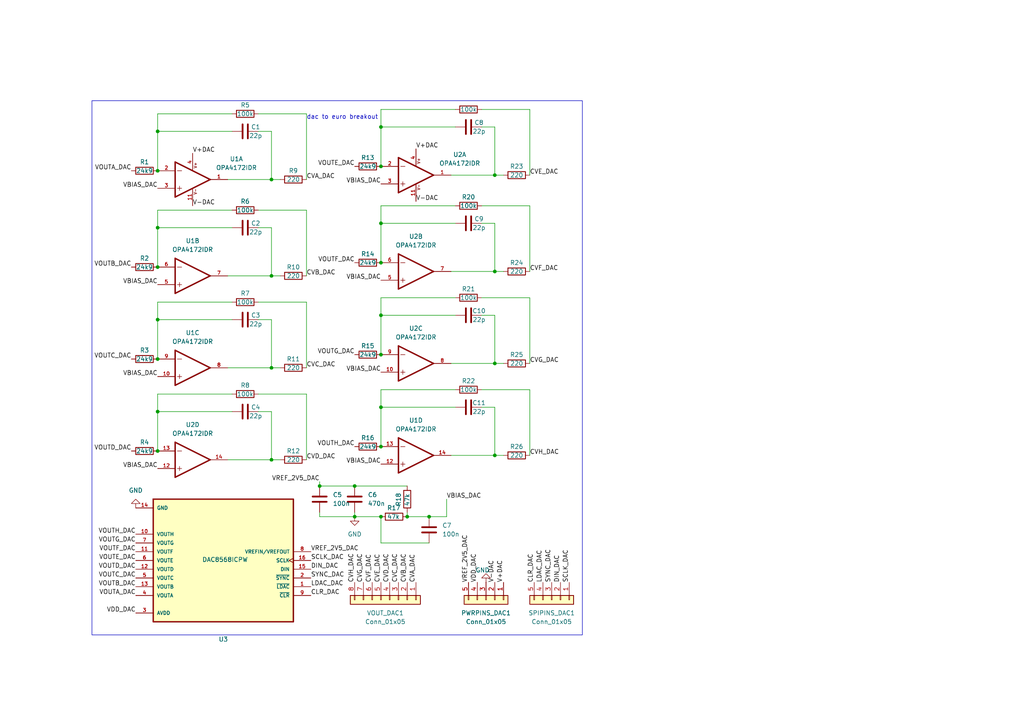
<source format=kicad_sch>
(kicad_sch (version 20231120) (generator "eeschema") (generator_version "8.0")
  (paper "A4")
  (lib_symbols
    (symbol "Connector_Generic:Conn_01x05" (pin_names (offset 1.016) hide)
      (property "Reference" "J" (at 0 7.62 0))
      (property "Value" "Conn_01x05" (at 0 -7.62 0))
      (symbol "Conn_01x05_1_1"
        (rectangle (start -1.27 -4.953) (end 0 -5.207) (stroke (width 0.1524)))
        (rectangle (start -1.27 -2.413) (end 0 -2.667) (stroke (width 0.1524)))
        (rectangle (start -1.27 0.127) (end 0 -0.127) (stroke (width 0.1524)))
        (rectangle (start -1.27 2.667) (end 0 2.413) (stroke (width 0.1524)))
        (rectangle (start -1.27 5.207) (end 0 4.953) (stroke (width 0.1524)))
        (rectangle (start -1.27 6.35) (end 1.27 -6.35) (stroke (width 0.254)) (fill (type background)))
        (pin passive line (at -5.08 5.08 0) (length 3.81) (name "Pin_1") (number "1"))
        (pin passive line (at -5.08 2.54 0) (length 3.81) (name "Pin_2") (number "2"))
        (pin passive line (at -5.08 0 0) (length 3.81) (name "Pin_3") (number "3"))
        (pin passive line (at -5.08 -2.54 0) (length 3.81) (name "Pin_4") (number "4"))
        (pin passive line (at -5.08 -5.08 0) (length 3.81) (name "Pin_5") (number "5"))
      )
    )
    (symbol "Connector_Generic:Conn_01x08" (pin_names (offset 1.016) hide)
      (property "Reference" "J" (at 0 10.16 0))
      (property "Value" "Conn_01x08" (at 0 -12.7 0))
      (symbol "Conn_01x08_1_1"
        (rectangle (start -1.27 -10.033) (end 0 -10.287) (stroke (width 0.1524)))
        (rectangle (start -1.27 -7.493) (end 0 -7.747) (stroke (width 0.1524)))
        (rectangle (start -1.27 -4.953) (end 0 -5.207) (stroke (width 0.1524)))
        (rectangle (start -1.27 -2.413) (end 0 -2.667) (stroke (width 0.1524)))
        (rectangle (start -1.27 0.127) (end 0 -0.127) (stroke (width 0.1524)))
        (rectangle (start -1.27 2.667) (end 0 2.413) (stroke (width 0.1524)))
        (rectangle (start -1.27 5.207) (end 0 4.953) (stroke (width 0.1524)))
        (rectangle (start -1.27 7.747) (end 0 7.493) (stroke (width 0.1524)))
        (rectangle (start -1.27 8.89) (end 1.27 -11.43) (stroke (width 0.254)) (fill (type background)))
        (pin passive line (at -5.08 7.62 0) (length 3.81) (name "Pin_1") (number "1"))
        (pin passive line (at -5.08 5.08 0) (length 3.81) (name "Pin_2") (number "2"))
        (pin passive line (at -5.08 2.54 0) (length 3.81) (name "Pin_3") (number "3"))
        (pin passive line (at -5.08 0 0) (length 3.81) (name "Pin_4") (number "4"))
        (pin passive line (at -5.08 -2.54 0) (length 3.81) (name "Pin_5") (number "5"))
        (pin passive line (at -5.08 -5.08 0) (length 3.81) (name "Pin_6") (number "6"))
        (pin passive line (at -5.08 -7.62 0) (length 3.81) (name "Pin_7") (number "7"))
        (pin passive line (at -5.08 -10.16 0) (length 3.81) (name "Pin_8") (number "8"))
      )
    )
    (symbol "DAC8568ICPW:DAC8568ICPW" (pin_names (offset 1.016))
      (property "Reference" "U" (at -20.32 18.78 0))
      (property "Value" "DAC8568ICPW" (at -20.32 -21.78 0))
      (symbol "DAC8568ICPW_0_0"
        (rectangle (start -20.32 -17.78) (end 20.32 17.78) (stroke (width 0.41)) (fill (type background)))
        (pin input line (at -25.4 7.62 0) (length 5.08) (name "~{LDAC}") (number "1"))
        (pin output line (at 25.4 -7.62 180) (length 5.08) (name "VOUTH") (number "10"))
        (pin output line (at 25.4 -2.54 180) (length 5.08) (name "VOUTF") (number "11"))
        (pin output line (at 25.4 2.54 180) (length 5.08) (name "VOUTD") (number "12"))
        (pin output line (at 25.4 7.62 180) (length 5.08) (name "VOUTB") (number "13"))
        (pin power_in line (at 25.4 -15.24 180) (length 5.08) (name "GND") (number "14"))
        (pin input line (at -25.4 2.54 0) (length 5.08) (name "DIN") (number "15"))
        (pin input clock (at -25.4 0 0) (length 5.08) (name "SCLK") (number "16"))
        (pin input line (at -25.4 5.08 0) (length 5.08) (name "~{SYNC}") (number "2"))
        (pin power_in line (at 25.4 15.24 180) (length 5.08) (name "AVDD") (number "3"))
        (pin output line (at 25.4 10.16 180) (length 5.08) (name "VOUTA") (number "4"))
        (pin output line (at 25.4 5.08 180) (length 5.08) (name "VOUTC") (number "5"))
        (pin output line (at 25.4 0 180) (length 5.08) (name "VOUTE") (number "6"))
        (pin output line (at 25.4 -5.08 180) (length 5.08) (name "VOUTG") (number "7"))
        (pin input line (at -25.4 -2.54 0) (length 5.08) (name "VREFIN/VREFOUT") (number "8"))
        (pin input line (at -25.4 10.16 0) (length 5.08) (name "~{CLR}") (number "9"))
      )
    )
    (symbol "Device:C" (pin_numbers hide) (pin_names (offset 0.254))
      (property "Reference" "C" (at 0.635 2.54 0))
      (property "Value" "C" (at 0.635 -2.54 0))
      (symbol "C_0_1"
        (polyline (pts (xy -2.032 -0.762) (xy 2.032 -0.762)) (stroke (width 0.508)))
        (polyline (pts (xy -2.032 0.762) (xy 2.032 0.762)) (stroke (width 0.508)))
      )
      (symbol "C_1_1"
        (pin passive line (at 0 3.81 270) (length 2.794) (name "~") (number "1"))
        (pin passive line (at 0 -3.81 90) (length 2.794) (name "~") (number "2"))
      )
    )
    (symbol "Device:R" (pin_numbers hide) (pin_names (offset 0))
      (property "Reference" "R" (at 2.032 0 90))
      (property "Value" "R" (at 0 0 90))
      (symbol "R_0_1"
        (rectangle (start -1.016 -2.54) (end 1.016 2.54) (stroke (width 0.254)))
      )
      (symbol "R_1_1"
        (pin passive line (at 0 3.81 270) (length 1.27) (name "~") (number "1"))
        (pin passive line (at 0 -3.81 90) (length 1.27) (name "~") (number "2"))
      )
    )
    (symbol "OPA4172IDR:OPA4172IDR" (pin_names (offset 1.016))
      (property "Reference" "U" (at 5.08 3.175 0))
      (property "Value" "OPA4172IDR" (at 5.08 -5.08 0))
      (symbol "OPA4172IDR_1_0"
        (polyline (pts (xy -2.54 -5.08) (xy 7.62 0)) (stroke (width 0.4064)))
        (polyline (pts (xy -2.54 5.08) (xy -2.54 -5.08)) (stroke (width 0.4064)))
        (polyline (pts (xy -1.905 -2.54) (xy -0.635 -2.54)) (stroke (width 0.1524)))
        (polyline (pts (xy -1.905 2.54) (xy -0.635 2.54)) (stroke (width 0.1524)))
        (polyline (pts (xy -1.27 -1.905) (xy -1.27 -3.175)) (stroke (width 0.1524)))
        (polyline (pts (xy 7.62 0) (xy -2.54 5.08)) (stroke (width 0.4064)))
        (text "V+" (at 3.81 3.175 900) (effects (font (size 0.8128 0.8128)) (justify left bottom)))
        (text "V-" (at 3.81 -4.445 900) (effects (font (size 0.8128 0.8128)) (justify left bottom)))
        (pin output line (at 12.7 0 180) (length 5.08) (name "~") (number "1"))
        (pin power_in line (at 2.54 -7.62 90) (length 5.08) (name "~") (number "11"))
        (pin input line (at -7.62 2.54 0) (length 5.08) (name "~") (number "2"))
        (pin input line (at -7.62 -2.54 0) (length 5.08) (name "~") (number "3"))
        (pin power_in line (at 2.54 7.62 270) (length 5.08) (name "~") (number "4"))
      )
      (symbol "OPA4172IDR_2_0"
        (polyline (pts (xy -2.54 -5.08) (xy 7.62 0)) (stroke (width 0.4064)))
        (polyline (pts (xy -2.54 5.08) (xy -2.54 -5.08)) (stroke (width 0.4064)))
        (polyline (pts (xy -1.905 -2.54) (xy -0.635 -2.54)) (stroke (width 0.1524)))
        (polyline (pts (xy -1.905 2.54) (xy -0.635 2.54)) (stroke (width 0.1524)))
        (polyline (pts (xy -1.27 -1.905) (xy -1.27 -3.175)) (stroke (width 0.1524)))
        (polyline (pts (xy 7.62 0) (xy -2.54 5.08)) (stroke (width 0.4064)))
        (pin input line (at -7.62 -2.54 0) (length 5.08) (name "~") (number "5"))
        (pin input line (at -7.62 2.54 0) (length 5.08) (name "~") (number "6"))
        (pin output line (at 12.7 0 180) (length 5.08) (name "~") (number "7"))
      )
      (symbol "OPA4172IDR_3_0"
        (polyline (pts (xy -2.54 -5.08) (xy 7.62 0)) (stroke (width 0.4064)))
        (polyline (pts (xy -2.54 5.08) (xy -2.54 -5.08)) (stroke (width 0.4064)))
        (polyline (pts (xy -1.905 -2.54) (xy -0.635 -2.54)) (stroke (width 0.1524)))
        (polyline (pts (xy -1.905 2.54) (xy -0.635 2.54)) (stroke (width 0.1524)))
        (polyline (pts (xy -1.27 -1.905) (xy -1.27 -3.175)) (stroke (width 0.1524)))
        (polyline (pts (xy 7.62 0) (xy -2.54 5.08)) (stroke (width 0.4064)))
        (pin input line (at -7.62 -2.54 0) (length 5.08) (name "~") (number "10"))
        (pin output line (at 12.7 0 180) (length 5.08) (name "~") (number "8"))
        (pin input line (at -7.62 2.54 0) (length 5.08) (name "~") (number "9"))
      )
      (symbol "OPA4172IDR_4_0"
        (polyline (pts (xy -2.54 -5.08) (xy 7.62 0)) (stroke (width 0.4064)))
        (polyline (pts (xy -2.54 5.08) (xy -2.54 -5.08)) (stroke (width 0.4064)))
        (polyline (pts (xy -1.905 -2.54) (xy -0.635 -2.54)) (stroke (width 0.1524)))
        (polyline (pts (xy -1.905 2.54) (xy -0.635 2.54)) (stroke (width 0.1524)))
        (polyline (pts (xy -1.27 -1.905) (xy -1.27 -3.175)) (stroke (width 0.1524)))
        (polyline (pts (xy 7.62 0) (xy -2.54 5.08)) (stroke (width 0.4064)))
        (pin input line (at -7.62 -2.54 0) (length 5.08) (name "~") (number "12"))
        (pin input line (at -7.62 2.54 0) (length 5.08) (name "~") (number "13"))
        (pin output line (at 12.7 0 180) (length 5.08) (name "~") (number "14"))
      )
    )
    (symbol "power:GND" (power) (pin_numbers hide) (pin_names (offset 0) hide)
      (property "Value" "GND" (at 0 -3.81 0))
      (symbol "GND_0_1"
        (polyline (pts (xy 0 0) (xy 0 -1.27) (xy 1.27 -1.27) (xy 0 -2.54) (xy -1.27 -1.27) (xy 0 -1.27)))
      )
      (symbol "GND_1_1"
        (pin power_in line (at 0 0 270) (length 0) (name "~") (number "1"))
      )
    )
  )
  (junction (at 110.49 91.44))
  (junction (at 78.74 133.35))
  (junction (at 110.49 48.26))
  (junction (at 45.72 38.1))
  (junction (at 110.49 102.87))
  (junction (at 78.74 106.68))
  (junction (at 143.51 105.41))
  (junction (at 78.74 80.01))
  (junction (at 45.72 77.47))
  (junction (at 110.49 149.86))
  (junction (at 102.87 140.97))
  (junction (at 45.72 119.38))
  (junction (at 143.51 132.08))
  (junction (at 92.71 140.97))
  (junction (at 124.46 149.86))
  (junction (at 78.74 52.07))
  (junction (at 118.11 149.86))
  (junction (at 143.51 50.8))
  (junction (at 110.49 129.54))
  (junction (at 143.51 78.74))
  (junction (at 45.72 92.71))
  (junction (at 110.49 36.83))
  (junction (at 45.72 104.14))
  (junction (at 45.72 66.04))
  (junction (at 110.49 64.77))
  (junction (at 45.72 130.81))
  (junction (at 110.49 76.2))
  (junction (at 102.87 149.86))
  (junction (at 110.49 118.11))
  (junction (at 45.72 49.53))
  (wire (pts (xy 153.67 86.36) (xy 153.67 105.41)))
  (wire (pts (xy 45.72 66.04) (xy 67.31 66.04)))
  (wire (pts (xy 118.11 148.59) (xy 118.11 149.86)))
  (wire (pts (xy 66.04 133.35) (xy 78.74 133.35)))
  (wire (pts (xy 139.7 64.77) (xy 143.51 64.77)))
  (wire (pts (xy 74.93 33.02) (xy 88.9 33.02)))
  (wire (pts (xy 45.72 38.1) (xy 67.31 38.1)))
  (wire (pts (xy 45.72 114.3) (xy 45.72 119.38)))
  (wire (pts (xy 45.72 119.38) (xy 45.72 130.81)))
  (wire (pts (xy 139.7 118.11) (xy 143.51 118.11)))
  (wire (pts (xy 74.93 114.3) (xy 88.9 114.3)))
  (wire (pts (xy 153.67 59.69) (xy 153.67 78.74)))
  (wire (pts (xy 78.74 38.1) (xy 78.74 52.07)))
  (wire (pts (xy 129.54 144.78) (xy 129.54 149.86)))
  (wire (pts (xy 67.31 114.3) (xy 45.72 114.3)))
  (wire (pts (xy 45.72 38.1) (xy 45.72 49.53)))
  (wire (pts (xy 110.49 113.03) (xy 110.49 118.11)))
  (wire (pts (xy 74.93 87.63) (xy 88.9 87.63)))
  (wire (pts (xy 130.81 50.8) (xy 143.51 50.8)))
  (wire (pts (xy 143.51 105.41) (xy 146.05 105.41)))
  (wire (pts (xy 130.81 132.08) (xy 143.51 132.08)))
  (wire (pts (xy 143.51 50.8) (xy 146.05 50.8)))
  (wire (pts (xy 143.51 36.83) (xy 143.51 50.8)))
  (wire (pts (xy 74.93 38.1) (xy 78.74 38.1)))
  (wire (pts (xy 67.31 60.96) (xy 45.72 60.96)))
  (wire (pts (xy 102.87 148.59) (xy 102.87 149.86)))
  (wire (pts (xy 110.49 59.69) (xy 110.49 64.77)))
  (wire (pts (xy 88.9 60.96) (xy 88.9 80.01)))
  (wire (pts (xy 88.9 87.63) (xy 88.9 106.68)))
  (wire (pts (xy 132.08 113.03) (xy 110.49 113.03)))
  (wire (pts (xy 78.74 92.71) (xy 78.74 106.68)))
  (wire (pts (xy 110.49 91.44) (xy 132.08 91.44)))
  (wire (pts (xy 88.9 114.3) (xy 88.9 133.35)))
  (wire (pts (xy 78.74 119.38) (xy 78.74 133.35)))
  (wire (pts (xy 102.87 149.86) (xy 110.49 149.86)))
  (wire (pts (xy 45.72 92.71) (xy 45.72 104.14)))
  (wire (pts (xy 132.08 59.69) (xy 110.49 59.69)))
  (wire (pts (xy 45.72 66.04) (xy 45.72 77.47)))
  (wire (pts (xy 143.51 64.77) (xy 143.51 78.74)))
  (wire (pts (xy 139.7 86.36) (xy 153.67 86.36)))
  (wire (pts (xy 143.51 118.11) (xy 143.51 132.08)))
  (wire (pts (xy 124.46 157.48) (xy 110.49 157.48)))
  (wire (pts (xy 45.72 60.96) (xy 45.72 66.04)))
  (wire (pts (xy 139.7 91.44) (xy 143.51 91.44)))
  (wire (pts (xy 66.04 106.68) (xy 78.74 106.68)))
  (wire (pts (xy 45.72 33.02) (xy 45.72 38.1)))
  (wire (pts (xy 92.71 139.7) (xy 92.71 140.97)))
  (wire (pts (xy 110.49 86.36) (xy 110.49 91.44)))
  (wire (pts (xy 92.71 140.97) (xy 102.87 140.97)))
  (wire (pts (xy 74.93 119.38) (xy 78.74 119.38)))
  (wire (pts (xy 45.72 92.71) (xy 67.31 92.71)))
  (wire (pts (xy 110.49 118.11) (xy 110.49 129.54)))
  (wire (pts (xy 143.51 91.44) (xy 143.51 105.41)))
  (wire (pts (xy 130.81 78.74) (xy 143.51 78.74)))
  (wire (pts (xy 110.49 64.77) (xy 132.08 64.77)))
  (wire (pts (xy 78.74 80.01) (xy 81.28 80.01)))
  (wire (pts (xy 132.08 31.75) (xy 110.49 31.75)))
  (wire (pts (xy 110.49 31.75) (xy 110.49 36.83)))
  (wire (pts (xy 110.49 91.44) (xy 110.49 102.87)))
  (wire (pts (xy 45.72 87.63) (xy 45.72 92.71)))
  (wire (pts (xy 153.67 113.03) (xy 153.67 132.08)))
  (wire (pts (xy 132.08 86.36) (xy 110.49 86.36)))
  (wire (pts (xy 78.74 106.68) (xy 81.28 106.68)))
  (wire (pts (xy 92.71 148.59) (xy 92.71 149.86)))
  (wire (pts (xy 139.7 59.69) (xy 153.67 59.69)))
  (wire (pts (xy 74.93 92.71) (xy 78.74 92.71)))
  (wire (pts (xy 139.7 113.03) (xy 153.67 113.03)))
  (wire (pts (xy 67.31 87.63) (xy 45.72 87.63)))
  (wire (pts (xy 129.54 149.86) (xy 124.46 149.86)))
  (wire (pts (xy 124.46 149.86) (xy 118.11 149.86)))
  (wire (pts (xy 102.87 140.97) (xy 118.11 140.97)))
  (wire (pts (xy 110.49 149.86) (xy 110.49 157.48)))
  (wire (pts (xy 110.49 64.77) (xy 110.49 76.2)))
  (wire (pts (xy 67.31 33.02) (xy 45.72 33.02)))
  (wire (pts (xy 92.71 149.86) (xy 102.87 149.86)))
  (wire (pts (xy 78.74 133.35) (xy 81.28 133.35)))
  (wire (pts (xy 66.04 80.01) (xy 78.74 80.01)))
  (wire (pts (xy 110.49 36.83) (xy 132.08 36.83)))
  (wire (pts (xy 143.51 78.74) (xy 146.05 78.74)))
  (wire (pts (xy 143.51 132.08) (xy 146.05 132.08)))
  (wire (pts (xy 139.7 31.75) (xy 153.67 31.75)))
  (wire (pts (xy 153.67 31.75) (xy 153.67 50.8)))
  (wire (pts (xy 110.49 118.11) (xy 132.08 118.11)))
  (wire (pts (xy 74.93 60.96) (xy 88.9 60.96)))
  (wire (pts (xy 78.74 52.07) (xy 81.28 52.07)))
  (wire (pts (xy 88.9 33.02) (xy 88.9 52.07)))
  (wire (pts (xy 110.49 36.83) (xy 110.49 48.26)))
  (wire (pts (xy 74.93 66.04) (xy 78.74 66.04)))
  (wire (pts (xy 66.04 52.07) (xy 78.74 52.07)))
  (wire (pts (xy 45.72 119.38) (xy 67.31 119.38)))
  (wire (pts (xy 139.7 36.83) (xy 143.51 36.83)))
  (wire (pts (xy 130.81 105.41) (xy 143.51 105.41)))
  (wire (pts (xy 78.74 66.04) (xy 78.74 80.01)))
  (rectangle (start 26.67 29.21) (end 168.91 184.15))
  (text "dac to euro breakout\n" (at 99.314 34.036 0) (effects (font (size 1.27 1.27))))
  (label "SYNC_DAC" (at 90.17 167.64 0))
  (label "CVB_DAC" (at 88.9 80.01 0))
  (label "VDD_DAC" (at 39.37 177.8 180))
  (label "SCLK_DAC" (at 90.17 162.56 0))
  (label "V+DAC" (at 55.88 44.45 0))
  (label "VREF_2V5_DAC" (at 92.71 139.7 180))
  (label "SYNC_DAC" (at 160.02 168.91 90))
  (label "VREF_2V5_DAC" (at 135.89 168.91 90))
  (label "VBIAS_DAC" (at 45.72 82.55 180))
  (label "CVE_DAC" (at 110.49 168.91 90))
  (label "CVH_DAC" (at 102.87 168.91 90))
  (label "CVD_DAC" (at 88.9 133.35 0))
  (label "CVG_DAC" (at 105.41 168.91 90))
  (label "VBIAS_DAC" (at 110.49 134.62 180))
  (label "VOUTA_DAC" (at 38.1 49.53 180))
  (label "VOUTD_DAC" (at 38.1 130.81 180))
  (label "VOUTA_DAC" (at 39.37 172.72 180))
  (label "CVA_DAC" (at 120.65 168.91 90))
  (label "CVD_DAC" (at 113.03 168.91 90))
  (label "VOUTB_DAC" (at 39.37 170.18 180))
  (label "VOUTE_DAC" (at 39.37 162.56 180))
  (label "VBIAS_DAC" (at 110.49 53.34 180))
  (label "CVE_DAC" (at 153.67 50.8 0))
  (label "CVC_DAC" (at 88.9 106.68 0))
  (label "VOUTG_DAC" (at 39.37 157.48 180))
  (label "VOUTC_DAC" (at 38.1 104.14 180))
  (label "VOUTH_DAC" (at 102.87 129.54 180))
  (label "VBIAS_DAC" (at 45.72 54.61 180))
  (label "VOUTH_DAC" (at 39.37 154.94 180))
  (label "CVB_DAC" (at 118.11 168.91 90))
  (label "V-DAC" (at 120.65 58.42 0))
  (label "CVC_DAC" (at 115.57 168.91 90))
  (label "VBIAS_DAC" (at 129.54 144.78 0))
  (label "VBIAS_DAC" (at 45.72 109.22 180))
  (label "V+DAC" (at 146.05 168.91 90))
  (label "CLR_DAC" (at 90.17 172.72 0))
  (label "VOUTE_DAC" (at 102.87 48.26 180))
  (label "CLR_DAC" (at 154.94 168.91 90))
  (label "VBIAS_DAC" (at 45.72 135.89 180))
  (label "DIN_DAC" (at 162.56 168.91 90))
  (label "CVF_DAC" (at 153.67 78.74 0))
  (label "VBIAS_DAC" (at 110.49 81.28 180))
  (label "VDD_DAC" (at 138.43 168.91 90))
  (label "VOUTF_DAC" (at 39.37 160.02 180))
  (label "VOUTG_DAC" (at 102.87 102.87 180))
  (label "V-DAC" (at 55.88 59.69 0))
  (label "VBIAS_DAC" (at 110.49 107.95 180))
  (label "V-DAC" (at 143.51 168.91 90))
  (label "DIN_DAC" (at 90.17 165.1 0))
  (label "SCLK_DAC" (at 165.1 168.91 90))
  (label "VOUTD_DAC" (at 39.37 165.1 180))
  (label "CVH_DAC" (at 153.67 132.08 0))
  (label "VREF_2V5_DAC" (at 90.17 160.02 0))
  (label "LDAC_DAC" (at 157.48 168.91 90))
  (label "CVF_DAC" (at 107.95 168.91 90))
  (label "CVG_DAC" (at 153.67 105.41 0))
  (label "V+DAC" (at 120.65 43.18 0))
  (label "VOUTB_DAC" (at 38.1 77.47 180))
  (label "LDAC_DAC" (at 90.17 170.18 0))
  (label "VOUTC_DAC" (at 39.37 167.64 180))
  (label "CVA_DAC" (at 88.9 52.07 0))
  (label "VOUTF_DAC" (at 102.87 76.2 180))
  (symbol (lib_id "Device:R") (at 85.09 133.35 90) (unit 1)
    (property "Reference" "R12" (at 85.09 130.81 90))
    (property "Value" "220" (at 85.09 133.35 90))
    (property "Footprint" "Resistor_SMD:R_0805_2012Metric_Pad1.20x1.40mm_HandSolder" (effects (hide yes)))
    (property "Description" "Resistor" (effects (hide yes)))
  )
  (symbol (lib_id "Device:R") (at 106.68 129.54 90) (unit 1)
    (property "Reference" "R16" (at 106.68 127 90))
    (property "Value" "24k9" (at 106.68 129.54 90))
    (property "Footprint" "Resistor_SMD:R_0805_2012Metric_Pad1.20x1.40mm_HandSolder" (effects (hide yes)))
    (property "Description" "Resistor" (effects (hide yes)))
  )
  (symbol (lib_id "Device:R") (at 106.68 48.26 90) (unit 1)
    (property "Reference" "R13" (at 106.68 45.72 90))
    (property "Value" "24k9" (at 106.68 48.26 90))
    (property "Footprint" "Resistor_SMD:R_0805_2012Metric_Pad1.20x1.40mm_HandSolder" (effects (hide yes)))
    (property "Description" "Resistor" (effects (hide yes)))
  )
  (symbol (lib_id "Device:R") (at 135.89 113.03 90) (unit 1)
    (property "Reference" "R22" (at 135.89 110.49 90))
    (property "Value" "100k" (at 135.89 113.03 90))
    (property "Footprint" "Resistor_SMD:R_0805_2012Metric_Pad1.20x1.40mm_HandSolder" (effects (hide yes)))
    (property "Description" "Resistor" (effects (hide yes)))
  )
  (symbol (lib_id "Device:R") (at 106.68 102.87 90) (unit 1)
    (property "Reference" "R15" (at 106.68 100.33 90))
    (property "Value" "24k9" (at 106.68 102.87 90))
    (property "Footprint" "Resistor_SMD:R_0805_2012Metric_Pad1.20x1.40mm_HandSolder" (effects (hide yes)))
    (property "Description" "Resistor" (effects (hide yes)))
  )
  (symbol (lib_id "power:GND") (at 102.87 149.86 0) (unit 1)
    (property "Reference" "#PWR02" (effects (hide yes)))
    (property "Value" "GND" (at 102.87 154.94 0))
    (property "Description" "Power symbol creates a global label with name \"GND\" , ground" (effects (hide yes)))
  )
  (symbol (lib_id "Device:R") (at 71.12 33.02 90) (unit 1)
    (property "Reference" "R5" (at 71.12 30.48 90))
    (property "Value" "100k" (at 71.12 33.02 90))
    (property "Footprint" "Resistor_SMD:R_0805_2012Metric_Pad1.20x1.40mm_HandSolder" (effects (hide yes)))
    (property "Description" "Resistor" (effects (hide yes)))
  )
  (symbol (lib_id "Device:R") (at 118.11 144.78 0) (unit 1)
    (property "Reference" "R18" (at 115.57 146.812 90) (effects (justify left)))
    (property "Value" "47k" (at 118.11 146.812 90) (effects (justify left)))
    (property "Footprint" "Resistor_SMD:R_0805_2012Metric_Pad1.20x1.40mm_HandSolder" (effects (hide yes)))
    (property "Description" "Resistor" (effects (hide yes)))
  )
  (symbol (lib_id "Device:R") (at 149.86 50.8 90) (unit 1)
    (property "Reference" "R23" (at 149.86 48.26 90))
    (property "Value" "220" (at 149.86 50.8 90))
    (property "Footprint" "Resistor_SMD:R_0805_2012Metric_Pad1.20x1.40mm_HandSolder" (effects (hide yes)))
    (property "Description" "Resistor" (effects (hide yes)))
  )
  (symbol (lib_id "Connector_Generic:Conn_01x05") (at 160.02 173.99 270) (unit 1)
    (property "Reference" "SPIPINS_DAC1" (at 160.02 177.8 90))
    (property "Value" "Conn_01x05" (at 160.02 180.34 90))
    (property "Footprint" "Connector_PinHeader_2.54mm:PinHeader_1x05_P2.54mm_Vertical" (effects (hide yes)))
    (property "Description" "Generic connector, single row, 01x05, script generated (kicad-library-utils/schlib/autogen/connector/)" (effects (hide yes)))
  )
  (symbol (lib_id "Device:R") (at 71.12 60.96 90) (unit 1)
    (property "Reference" "R6" (at 71.12 58.42 90))
    (property "Value" "100k" (at 71.12 60.96 90))
    (property "Footprint" "Resistor_SMD:R_0805_2012Metric_Pad1.20x1.40mm_HandSolder" (effects (hide yes)))
    (property "Description" "Resistor" (effects (hide yes)))
  )
  (symbol (lib_id "DAC8568ICPW:DAC8568ICPW") (at 64.77 162.56 180) (unit 1)
    (property "Reference" "U3" (at 64.77 185.42 0))
    (property "Value" "DAC8568ICPW" (at 65.278 162.306 0))
    (property "Footprint" "DAC8568ICPW:SOP65P640X120-16N" (effects (hide yes)))
    (property "MF" "Texas Instruments" (effects (hide yes)))
    (property "Description_1" "\n16-bit, octal-channel, ultra-low glitch, voltage output DAC with 2.5V, 2ppm/°C internal reference\n" (effects (hide yes)))
    (property "Package" "TSSOP-16 Texas Instruments" (effects (hide yes)))
    (property "Price" "None" (effects (hide yes)))
    (property "SnapEDA_Link" "https://www.snapeda.com/parts/DAC8568ICPW/Texas+Instruments/view-part/?ref=snap" (effects (hide yes)))
    (property "MP" "DAC8568ICPW" (effects (hide yes)))
    (property "Availability" "In Stock" (effects (hide yes)))
    (property "Check_prices" "https://www.snapeda.com/parts/DAC8568ICPW/Texas+Instruments/view-part/?ref=eda" (effects (hide yes)))
  )
  (symbol (lib_id "OPA4172IDR:OPA4172IDR") (at 53.34 80.01 0) (unit 2)
    (property "Reference" "U1" (at 55.88 69.85 0))
    (property "Value" "OPA4172IDR" (at 55.88 72.39 0))
    (property "Footprint" "OPA4172IDR:SOIC127P600X175-14N" (effects (hide yes)))
    (property "MF" "Texas Instruments" (effects (hide yes)))
    (property "MAXIMUM_PACKAGE_HEIGHT" "1.75 mm" (effects (hide yes)))
    (property "Package" "SOIC-14 Texas Instruments" (effects (hide yes)))
    (property "Price" "None" (effects (hide yes)))
    (property "Check_prices" "https://www.snapeda.com/parts/OPA4172IDR/Texas+Instruments/view-part/?ref=eda" (effects (hide yes)))
    (property "STANDARD" "IPC 7351B" (effects (hide yes)))
    (property "PARTREV" "I" (effects (hide yes)))
    (property "SnapEDA_Link" "https://www.snapeda.com/parts/OPA4172IDR/Texas+Instruments/view-part/?ref=snap" (effects (hide yes)))
    (property "MP" "OPA4172IDR" (effects (hide yes)))
    (property "Purchase-URL" "https://www.snapeda.com/api/url_track_click_mouser/?unipart_id=1159938&manufacturer=Texas Instruments&part_name=OPA4172IDR&search_term=None" (effects (hide yes)))
    (property "Description_1" "\nQuad, 36-V, 10-MHz, low-power operational amplifier\n" (effects (hide yes)))
    (property "Availability" "In Stock" (effects (hide yes)))
    (property "MANUFACTURER" "Texas Instruments" (effects (hide yes)))
  )
  (symbol (lib_id "Connector_Generic:Conn_01x05") (at 140.97 173.99 270) (unit 1)
    (property "Reference" "PWRPINS_DAC1" (at 140.97 177.8 90))
    (property "Value" "Conn_01x05" (at 140.97 180.34 90))
    (property "Footprint" "Connector_PinHeader_2.54mm:PinHeader_1x05_P2.54mm_Vertical" (effects (hide yes)))
    (property "Description" "Generic connector, single row, 01x05, script generated (kicad-library-utils/schlib/autogen/connector/)" (effects (hide yes)))
  )
  (symbol (lib_id "Device:C") (at 102.87 144.78 0) (unit 1)
    (property "Reference" "C6" (at 106.68 143.5099 0) (effects (justify left)))
    (property "Value" "470n" (at 106.68 146.0499 0) (effects (justify left)))
    (property "Footprint" "Capacitor_SMD:C_0805_2012Metric_Pad1.18x1.45mm_HandSolder" (effects (hide yes)))
    (property "Description" "Unpolarized capacitor" (effects (hide yes)))
  )
  (symbol (lib_id "Device:C") (at 71.12 92.71 90) (unit 1)
    (property "Reference" "C3" (at 74.168 91.44 90))
    (property "Value" "22p" (at 74.168 93.98 90))
    (property "Footprint" "Capacitor_SMD:C_0805_2012Metric_Pad1.18x1.45mm_HandSolder" (effects (hide yes)))
    (property "Description" "Unpolarized capacitor" (effects (hide yes)))
  )
  (symbol (lib_id "Device:R") (at 149.86 78.74 90) (unit 1)
    (property "Reference" "R24" (at 149.86 76.2 90))
    (property "Value" "220" (at 149.86 78.74 90))
    (property "Footprint" "Resistor_SMD:R_0805_2012Metric_Pad1.20x1.40mm_HandSolder" (effects (hide yes)))
    (property "Description" "Resistor" (effects (hide yes)))
  )
  (symbol (lib_id "OPA4172IDR:OPA4172IDR") (at 53.34 52.07 0) (unit 1)
    (property "Reference" "U1" (at 68.58 46.1008 0))
    (property "Value" "OPA4172IDR" (at 68.58 48.6408 0))
    (property "Footprint" "OPA4172IDR:SOIC127P600X175-14N" (effects (hide yes)))
    (property "MF" "Texas Instruments" (effects (hide yes)))
    (property "MAXIMUM_PACKAGE_HEIGHT" "1.75 mm" (effects (hide yes)))
    (property "Package" "SOIC-14 Texas Instruments" (effects (hide yes)))
    (property "Price" "None" (effects (hide yes)))
    (property "Check_prices" "https://www.snapeda.com/parts/OPA4172IDR/Texas+Instruments/view-part/?ref=eda" (effects (hide yes)))
    (property "STANDARD" "IPC 7351B" (effects (hide yes)))
    (property "PARTREV" "I" (effects (hide yes)))
    (property "SnapEDA_Link" "https://www.snapeda.com/parts/OPA4172IDR/Texas+Instruments/view-part/?ref=snap" (effects (hide yes)))
    (property "MP" "OPA4172IDR" (effects (hide yes)))
    (property "Purchase-URL" "https://www.snapeda.com/api/url_track_click_mouser/?unipart_id=1159938&manufacturer=Texas Instruments&part_name=OPA4172IDR&search_term=None" (effects (hide yes)))
    (property "Description_1" "\nQuad, 36-V, 10-MHz, low-power operational amplifier\n" (effects (hide yes)))
    (property "Availability" "In Stock" (effects (hide yes)))
    (property "MANUFACTURER" "Texas Instruments" (effects (hide yes)))
  )
  (symbol (lib_id "OPA4172IDR:OPA4172IDR") (at 118.11 105.41 0) (unit 3)
    (property "Reference" "U2" (at 120.65 95.25 0))
    (property "Value" "OPA4172IDR" (at 120.65 97.79 0))
    (property "Footprint" "OPA4172IDR:SOIC127P600X175-14N" (effects (hide yes)))
    (property "MF" "Texas Instruments" (effects (hide yes)))
    (property "MAXIMUM_PACKAGE_HEIGHT" "1.75 mm" (effects (hide yes)))
    (property "Package" "SOIC-14 Texas Instruments" (effects (hide yes)))
    (property "Price" "None" (effects (hide yes)))
    (property "Check_prices" "https://www.snapeda.com/parts/OPA4172IDR/Texas+Instruments/view-part/?ref=eda" (effects (hide yes)))
    (property "STANDARD" "IPC 7351B" (effects (hide yes)))
    (property "PARTREV" "I" (effects (hide yes)))
    (property "SnapEDA_Link" "https://www.snapeda.com/parts/OPA4172IDR/Texas+Instruments/view-part/?ref=snap" (effects (hide yes)))
    (property "MP" "OPA4172IDR" (effects (hide yes)))
    (property "Purchase-URL" "https://www.snapeda.com/api/url_track_click_mouser/?unipart_id=1159938&manufacturer=Texas Instruments&part_name=OPA4172IDR&search_term=None" (effects (hide yes)))
    (property "Description_1" "\nQuad, 36-V, 10-MHz, low-power operational amplifier\n" (effects (hide yes)))
    (property "Availability" "In Stock" (effects (hide yes)))
    (property "MANUFACTURER" "Texas Instruments" (effects (hide yes)))
  )
  (symbol (lib_id "Device:C") (at 92.71 144.78 0) (unit 1)
    (property "Reference" "C5" (at 96.52 143.5099 0) (effects (justify left)))
    (property "Value" "100n" (at 96.52 146.0499 0) (effects (justify left)))
    (property "Footprint" "Capacitor_SMD:C_0805_2012Metric_Pad1.18x1.45mm_HandSolder" (effects (hide yes)))
    (property "Description" "Unpolarized capacitor" (effects (hide yes)))
  )
  (symbol (lib_id "Device:R") (at 71.12 87.63 90) (unit 1)
    (property "Reference" "R7" (at 71.12 85.09 90))
    (property "Value" "100k" (at 71.12 87.63 90))
    (property "Footprint" "Resistor_SMD:R_0805_2012Metric_Pad1.20x1.40mm_HandSolder" (effects (hide yes)))
    (property "Description" "Resistor" (effects (hide yes)))
  )
  (symbol (lib_id "Device:C") (at 135.89 36.83 90) (unit 1)
    (property "Reference" "C8" (at 138.938 35.56 90))
    (property "Value" "22p" (at 138.938 38.1 90))
    (property "Footprint" "Capacitor_SMD:C_0805_2012Metric_Pad1.18x1.45mm_HandSolder" (effects (hide yes)))
    (property "Description" "Unpolarized capacitor" (effects (hide yes)))
  )
  (symbol (lib_id "Device:C") (at 124.46 153.67 0) (unit 1)
    (property "Reference" "C7" (at 128.27 152.3999 0) (effects (justify left)))
    (property "Value" "100n" (at 128.27 154.9399 0) (effects (justify left)))
    (property "Footprint" "Capacitor_SMD:C_0805_2012Metric_Pad1.18x1.45mm_HandSolder" (effects (hide yes)))
    (property "Description" "Unpolarized capacitor" (effects (hide yes)))
  )
  (symbol (lib_id "OPA4172IDR:OPA4172IDR") (at 118.11 50.8 0) (unit 1)
    (property "Reference" "U2" (at 133.35 44.8308 0))
    (property "Value" "OPA4172IDR" (at 133.35 47.3708 0))
    (property "Footprint" "OPA4172IDR:SOIC127P600X175-14N" (effects (hide yes)))
    (property "MF" "Texas Instruments" (effects (hide yes)))
    (property "MAXIMUM_PACKAGE_HEIGHT" "1.75 mm" (effects (hide yes)))
    (property "Package" "SOIC-14 Texas Instruments" (effects (hide yes)))
    (property "Price" "None" (effects (hide yes)))
    (property "Check_prices" "https://www.snapeda.com/parts/OPA4172IDR/Texas+Instruments/view-part/?ref=eda" (effects (hide yes)))
    (property "STANDARD" "IPC 7351B" (effects (hide yes)))
    (property "PARTREV" "I" (effects (hide yes)))
    (property "SnapEDA_Link" "https://www.snapeda.com/parts/OPA4172IDR/Texas+Instruments/view-part/?ref=snap" (effects (hide yes)))
    (property "MP" "OPA4172IDR" (effects (hide yes)))
    (property "Purchase-URL" "https://www.snapeda.com/api/url_track_click_mouser/?unipart_id=1159938&manufacturer=Texas Instruments&part_name=OPA4172IDR&search_term=None" (effects (hide yes)))
    (property "Description_1" "\nQuad, 36-V, 10-MHz, low-power operational amplifier\n" (effects (hide yes)))
    (property "Availability" "In Stock" (effects (hide yes)))
    (property "MANUFACTURER" "Texas Instruments" (effects (hide yes)))
  )
  (symbol (lib_id "OPA4172IDR:OPA4172IDR") (at 118.11 132.08 0) (unit 4)
    (property "Reference" "U1" (at 120.65 121.92 0))
    (property "Value" "OPA4172IDR" (at 120.65 124.46 0))
    (property "Footprint" "OPA4172IDR:SOIC127P600X175-14N" (effects (hide yes)))
    (property "MF" "Texas Instruments" (effects (hide yes)))
    (property "MAXIMUM_PACKAGE_HEIGHT" "1.75 mm" (effects (hide yes)))
    (property "Package" "SOIC-14 Texas Instruments" (effects (hide yes)))
    (property "Price" "None" (effects (hide yes)))
    (property "Check_prices" "https://www.snapeda.com/parts/OPA4172IDR/Texas+Instruments/view-part/?ref=eda" (effects (hide yes)))
    (property "STANDARD" "IPC 7351B" (effects (hide yes)))
    (property "PARTREV" "I" (effects (hide yes)))
    (property "SnapEDA_Link" "https://www.snapeda.com/parts/OPA4172IDR/Texas+Instruments/view-part/?ref=snap" (effects (hide yes)))
    (property "MP" "OPA4172IDR" (effects (hide yes)))
    (property "Purchase-URL" "https://www.snapeda.com/api/url_track_click_mouser/?unipart_id=1159938&manufacturer=Texas Instruments&part_name=OPA4172IDR&search_term=None" (effects (hide yes)))
    (property "Description_1" "\nQuad, 36-V, 10-MHz, low-power operational amplifier\n" (effects (hide yes)))
    (property "Availability" "In Stock" (effects (hide yes)))
    (property "MANUFACTURER" "Texas Instruments" (effects (hide yes)))
  )
  (symbol (lib_id "Device:R") (at 149.86 132.08 90) (unit 1)
    (property "Reference" "R26" (at 149.86 129.54 90))
    (property "Value" "220" (at 149.86 132.08 90))
    (property "Footprint" "Resistor_SMD:R_0805_2012Metric_Pad1.20x1.40mm_HandSolder" (effects (hide yes)))
    (property "Description" "Resistor" (effects (hide yes)))
  )
  (symbol (lib_id "Device:C") (at 135.89 91.44 90) (unit 1)
    (property "Reference" "C10" (at 138.938 90.17 90))
    (property "Value" "22p" (at 138.938 92.71 90))
    (property "Footprint" "Capacitor_SMD:C_0805_2012Metric_Pad1.18x1.45mm_HandSolder" (effects (hide yes)))
    (property "Description" "Unpolarized capacitor" (effects (hide yes)))
  )
  (symbol (lib_id "Device:R") (at 135.89 31.75 90) (unit 1)
    (property "Reference" "R19" (effects (hide yes)))
    (property "Value" "100k" (at 135.89 31.75 90))
    (property "Footprint" "Resistor_SMD:R_0805_2012Metric_Pad1.20x1.40mm_HandSolder" (effects (hide yes)))
    (property "Description" "Resistor" (effects (hide yes)))
  )
  (symbol (lib_id "OPA4172IDR:OPA4172IDR") (at 53.34 106.68 0) (unit 3)
    (property "Reference" "U1" (at 55.88 96.52 0))
    (property "Value" "OPA4172IDR" (at 55.88 99.06 0))
    (property "Footprint" "OPA4172IDR:SOIC127P600X175-14N" (effects (hide yes)))
    (property "MF" "Texas Instruments" (effects (hide yes)))
    (property "MAXIMUM_PACKAGE_HEIGHT" "1.75 mm" (effects (hide yes)))
    (property "Package" "SOIC-14 Texas Instruments" (effects (hide yes)))
    (property "Price" "None" (effects (hide yes)))
    (property "Check_prices" "https://www.snapeda.com/parts/OPA4172IDR/Texas+Instruments/view-part/?ref=eda" (effects (hide yes)))
    (property "STANDARD" "IPC 7351B" (effects (hide yes)))
    (property "PARTREV" "I" (effects (hide yes)))
    (property "SnapEDA_Link" "https://www.snapeda.com/parts/OPA4172IDR/Texas+Instruments/view-part/?ref=snap" (effects (hide yes)))
    (property "MP" "OPA4172IDR" (effects (hide yes)))
    (property "Purchase-URL" "https://www.snapeda.com/api/url_track_click_mouser/?unipart_id=1159938&manufacturer=Texas Instruments&part_name=OPA4172IDR&search_term=None" (effects (hide yes)))
    (property "Description_1" "\nQuad, 36-V, 10-MHz, low-power operational amplifier\n" (effects (hide yes)))
    (property "Availability" "In Stock" (effects (hide yes)))
    (property "MANUFACTURER" "Texas Instruments" (effects (hide yes)))
  )
  (symbol (lib_id "Device:C") (at 71.12 66.04 90) (unit 1)
    (property "Reference" "C2" (at 74.168 64.77 90))
    (property "Value" "22p" (at 74.168 67.31 90))
    (property "Footprint" "Capacitor_SMD:C_0805_2012Metric_Pad1.18x1.45mm_HandSolder" (effects (hide yes)))
    (property "Description" "Unpolarized capacitor" (effects (hide yes)))
  )
  (symbol (lib_id "Device:R") (at 85.09 106.68 90) (unit 1)
    (property "Reference" "R11" (at 85.09 104.14 90))
    (property "Value" "220" (at 85.09 106.68 90))
    (property "Footprint" "Resistor_SMD:R_0805_2012Metric_Pad1.20x1.40mm_HandSolder" (effects (hide yes)))
    (property "Description" "Resistor" (effects (hide yes)))
  )
  (symbol (lib_id "Device:C") (at 71.12 119.38 90) (unit 1)
    (property "Reference" "C4" (at 74.168 118.11 90))
    (property "Value" "22p" (at 74.168 120.65 90))
    (property "Footprint" "Capacitor_SMD:C_0805_2012Metric_Pad1.18x1.45mm_HandSolder" (effects (hide yes)))
    (property "Description" "Unpolarized capacitor" (effects (hide yes)))
  )
  (symbol (lib_id "power:GND") (at 140.97 168.91 180) (unit 1)
    (property "Reference" "#PWR03" (effects (hide yes)))
    (property "Value" "GND" (at 139.954 165.354 0))
    (property "Description" "Power symbol creates a global label with name \"GND\" , ground" (effects (hide yes)))
  )
  (symbol (lib_id "Device:C") (at 71.12 38.1 90) (unit 1)
    (property "Reference" "C1" (at 74.168 36.83 90))
    (property "Value" "22p" (at 74.168 39.37 90))
    (property "Footprint" "Capacitor_SMD:C_0805_2012Metric_Pad1.18x1.45mm_HandSolder" (effects (hide yes)))
    (property "Description" "Unpolarized capacitor" (effects (hide yes)))
  )
  (symbol (lib_id "OPA4172IDR:OPA4172IDR") (at 118.11 78.74 0) (unit 2)
    (property "Reference" "U2" (at 120.65 68.58 0))
    (property "Value" "OPA4172IDR" (at 120.65 71.12 0))
    (property "Footprint" "OPA4172IDR:SOIC127P600X175-14N" (effects (hide yes)))
    (property "MF" "Texas Instruments" (effects (hide yes)))
    (property "MAXIMUM_PACKAGE_HEIGHT" "1.75 mm" (effects (hide yes)))
    (property "Package" "SOIC-14 Texas Instruments" (effects (hide yes)))
    (property "Price" "None" (effects (hide yes)))
    (property "Check_prices" "https://www.snapeda.com/parts/OPA4172IDR/Texas+Instruments/view-part/?ref=eda" (effects (hide yes)))
    (property "STANDARD" "IPC 7351B" (effects (hide yes)))
    (property "PARTREV" "I" (effects (hide yes)))
    (property "SnapEDA_Link" "https://www.snapeda.com/parts/OPA4172IDR/Texas+Instruments/view-part/?ref=snap" (effects (hide yes)))
    (property "MP" "OPA4172IDR" (effects (hide yes)))
    (property "Purchase-URL" "https://www.snapeda.com/api/url_track_click_mouser/?unipart_id=1159938&manufacturer=Texas Instruments&part_name=OPA4172IDR&search_term=None" (effects (hide yes)))
    (property "Description_1" "\nQuad, 36-V, 10-MHz, low-power operational amplifier\n" (effects (hide yes)))
    (property "Availability" "In Stock" (effects (hide yes)))
    (property "MANUFACTURER" "Texas Instruments" (effects (hide yes)))
  )
  (symbol (lib_id "Device:R") (at 106.68 76.2 90) (unit 1)
    (property "Reference" "R14" (at 106.68 73.66 90))
    (property "Value" "24k9" (at 106.68 76.2 90))
    (property "Footprint" "Resistor_SMD:R_0805_2012Metric_Pad1.20x1.40mm_HandSolder" (effects (hide yes)))
    (property "Description" "Resistor" (effects (hide yes)))
  )
  (symbol (lib_id "Device:R") (at 114.3 149.86 270) (unit 1)
    (property "Reference" "R17" (at 112.268 147.32 90) (effects (justify left)))
    (property "Value" "47k" (at 112.268 149.86 90) (effects (justify left)))
    (property "Footprint" "Resistor_SMD:R_0805_2012Metric_Pad1.20x1.40mm_HandSolder" (effects (hide yes)))
    (property "Description" "Resistor" (effects (hide yes)))
  )
  (symbol (lib_id "Device:R") (at 149.86 105.41 90) (unit 1)
    (property "Reference" "R25" (at 149.86 102.87 90))
    (property "Value" "220" (at 149.86 105.41 90))
    (property "Footprint" "Resistor_SMD:R_0805_2012Metric_Pad1.20x1.40mm_HandSolder" (effects (hide yes)))
    (property "Description" "Resistor" (effects (hide yes)))
  )
  (symbol (lib_id "Device:R") (at 41.91 130.81 90) (unit 1)
    (property "Reference" "R4" (at 41.91 128.27 90))
    (property "Value" "24k9" (at 41.91 130.81 90))
    (property "Footprint" "Resistor_SMD:R_0805_2012Metric_Pad1.20x1.40mm_HandSolder" (effects (hide yes)))
    (property "Description" "Resistor" (effects (hide yes)))
  )
  (symbol (lib_id "power:GND") (at 39.37 147.32 180) (unit 1)
    (property "Reference" "#PWR01" (effects (hide yes)))
    (property "Value" "GND" (at 39.37 142.24 0))
    (property "Description" "Power symbol creates a global label with name \"GND\" , ground" (effects (hide yes)))
  )
  (symbol (lib_id "Device:C") (at 135.89 118.11 90) (unit 1)
    (property "Reference" "C11" (at 138.938 116.84 90))
    (property "Value" "22p" (at 138.938 119.38 90))
    (property "Footprint" "Capacitor_SMD:C_0805_2012Metric_Pad1.18x1.45mm_HandSolder" (effects (hide yes)))
    (property "Description" "Unpolarized capacitor" (effects (hide yes)))
  )
  (symbol (lib_id "Device:R") (at 41.91 104.14 90) (unit 1)
    (property "Reference" "R3" (at 41.91 101.6 90))
    (property "Value" "24k9" (at 41.91 104.14 90))
    (property "Footprint" "Resistor_SMD:R_0805_2012Metric_Pad1.20x1.40mm_HandSolder" (effects (hide yes)))
    (property "Description" "Resistor" (effects (hide yes)))
  )
  (symbol (lib_id "Device:C") (at 135.89 64.77 90) (unit 1)
    (property "Reference" "C9" (at 138.938 63.5 90))
    (property "Value" "22p" (at 138.938 66.04 90))
    (property "Footprint" "Capacitor_SMD:C_0805_2012Metric_Pad1.18x1.45mm_HandSolder" (effects (hide yes)))
    (property "Description" "Unpolarized capacitor" (effects (hide yes)))
  )
  (symbol (lib_id "Device:R") (at 41.91 77.47 90) (unit 1)
    (property "Reference" "R2" (at 41.91 74.93 90))
    (property "Value" "24k9" (at 41.91 77.47 90))
    (property "Footprint" "Resistor_SMD:R_0805_2012Metric_Pad1.20x1.40mm_HandSolder" (effects (hide yes)))
    (property "Description" "Resistor" (effects (hide yes)))
  )
  (symbol (lib_id "Connector_Generic:Conn_01x08") (at 113.03 173.99 270) (unit 1)
    (property "Reference" "VOUT_DAC1" (at 111.76 177.8 90))
    (property "Value" "Conn_01x05" (at 111.76 180.34 90))
    (property "Footprint" "Connector_PinHeader_2.54mm:PinHeader_1x08_P2.54mm_Vertical" (effects (hide yes)))
    (property "Description" "Generic connector, single row, 01x08, script generated (kicad-library-utils/schlib/autogen/connector/)" (effects (hide yes)))
  )
  (symbol (lib_id "Device:R") (at 41.91 49.53 90) (unit 1)
    (property "Reference" "R1" (at 41.91 46.99 90))
    (property "Value" "24k9" (at 41.91 49.53 90))
    (property "Footprint" "Resistor_SMD:R_0805_2012Metric_Pad1.20x1.40mm_HandSolder" (effects (hide yes)))
    (property "Description" "Resistor" (effects (hide yes)))
  )
  (symbol (lib_id "Device:R") (at 135.89 86.36 90) (unit 1)
    (property "Reference" "R21" (at 135.89 83.82 90))
    (property "Value" "100k" (at 135.89 86.36 90))
    (property "Footprint" "Resistor_SMD:R_0805_2012Metric_Pad1.20x1.40mm_HandSolder" (effects (hide yes)))
    (property "Description" "Resistor" (effects (hide yes)))
  )
  (symbol (lib_id "Device:R") (at 135.89 59.69 90) (unit 1)
    (property "Reference" "R20" (at 135.89 57.15 90))
    (property "Value" "100k" (at 135.89 59.69 90))
    (property "Footprint" "Resistor_SMD:R_0805_2012Metric_Pad1.20x1.40mm_HandSolder" (effects (hide yes)))
    (property "Description" "Resistor" (effects (hide yes)))
  )
  (symbol (lib_id "Device:R") (at 85.09 52.07 90) (unit 1)
    (property "Reference" "R9" (at 85.09 49.53 90))
    (property "Value" "220" (at 85.09 52.07 90))
    (property "Footprint" "Resistor_SMD:R_0805_2012Metric_Pad1.20x1.40mm_HandSolder" (effects (hide yes)))
    (property "Description" "Resistor" (effects (hide yes)))
  )
  (symbol (lib_id "Device:R") (at 85.09 80.01 90) (unit 1)
    (property "Reference" "R10" (at 85.09 77.47 90))
    (property "Value" "220" (at 85.09 80.01 90))
    (property "Footprint" "Resistor_SMD:R_0805_2012Metric_Pad1.20x1.40mm_HandSolder" (effects (hide yes)))
    (property "Description" "Resistor" (effects (hide yes)))
  )
  (symbol (lib_id "Device:R") (at 71.12 114.3 90) (unit 1)
    (property "Reference" "R8" (at 71.12 111.76 90))
    (property "Value" "100k" (at 71.12 114.3 90))
    (property "Footprint" "Resistor_SMD:R_0805_2012Metric_Pad1.20x1.40mm_HandSolder" (effects (hide yes)))
    (property "Description" "Resistor" (effects (hide yes)))
  )
  (symbol (lib_id "OPA4172IDR:OPA4172IDR") (at 53.34 133.35 0) (unit 4)
    (property "Reference" "U2" (at 55.88 123.19 0))
    (property "Value" "OPA4172IDR" (at 55.88 125.73 0))
    (property "Footprint" "OPA4172IDR:SOIC127P600X175-14N" (effects (hide yes)))
    (property "MF" "Texas Instruments" (effects (hide yes)))
    (property "MAXIMUM_PACKAGE_HEIGHT" "1.75 mm" (effects (hide yes)))
    (property "Package" "SOIC-14 Texas Instruments" (effects (hide yes)))
    (property "Price" "None" (effects (hide yes)))
    (property "Check_prices" "https://www.snapeda.com/parts/OPA4172IDR/Texas+Instruments/view-part/?ref=eda" (effects (hide yes)))
    (property "STANDARD" "IPC 7351B" (effects (hide yes)))
    (property "PARTREV" "I" (effects (hide yes)))
    (property "SnapEDA_Link" "https://www.snapeda.com/parts/OPA4172IDR/Texas+Instruments/view-part/?ref=snap" (effects (hide yes)))
    (property "MP" "OPA4172IDR" (effects (hide yes)))
    (property "Purchase-URL" "https://www.snapeda.com/api/url_track_click_mouser/?unipart_id=1159938&manufacturer=Texas Instruments&part_name=OPA4172IDR&search_term=None" (effects (hide yes)))
    (property "Description_1" "\nQuad, 36-V, 10-MHz, low-power operational amplifier\n" (effects (hide yes)))
    (property "Availability" "In Stock" (effects (hide yes)))
    (property "MANUFACTURER" "Texas Instruments" (effects (hide yes)))
  )
)
</source>
